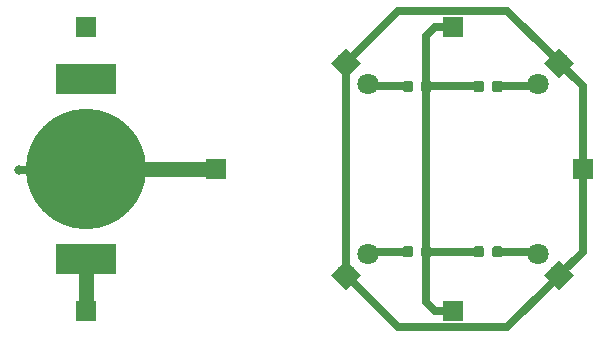
<source format=gtl>
G04 #@! TF.GenerationSoftware,KiCad,Pcbnew,5.1.4*
G04 #@! TF.CreationDate,2019-09-18T22:14:05+02:00*
G04 #@! TF.ProjectId,crf_bokmassabot,6372665f-626f-46b6-9d61-737361626f74,rev?*
G04 #@! TF.SameCoordinates,Original*
G04 #@! TF.FileFunction,Copper,L1,Top*
G04 #@! TF.FilePolarity,Positive*
%FSLAX46Y46*%
G04 Gerber Fmt 4.6, Leading zero omitted, Abs format (unit mm)*
G04 Created by KiCad (PCBNEW 5.1.4) date 2019-09-18 22:14:05*
%MOMM*%
%LPD*%
G04 APERTURE LIST*
%ADD10R,1.700000X1.700000*%
%ADD11R,5.100000X2.500000*%
%ADD12C,10.200000*%
%ADD13C,1.800000*%
%ADD14C,0.100000*%
%ADD15C,0.875000*%
%ADD16C,0.800000*%
%ADD17C,0.635000*%
%ADD18C,1.270000*%
G04 APERTURE END LIST*
D10*
X191000000Y-122000000D03*
X191000000Y-98000000D03*
X202000000Y-110000000D03*
X160000000Y-122000000D03*
X160000000Y-98000000D03*
X171000000Y-110000000D03*
D11*
X160000000Y-117600000D03*
X160000000Y-102400000D03*
D12*
X160000000Y-110000000D03*
D13*
X200000000Y-119000000D03*
D14*
G36*
X201272792Y-119000000D02*
G01*
X200000000Y-120272792D01*
X198727208Y-119000000D01*
X200000000Y-117727208D01*
X201272792Y-119000000D01*
X201272792Y-119000000D01*
G37*
D13*
X198203949Y-117203949D03*
X183796051Y-117203949D03*
X182000000Y-119000000D03*
D14*
G36*
X182000000Y-120272792D02*
G01*
X180727208Y-119000000D01*
X182000000Y-117727208D01*
X183272792Y-119000000D01*
X182000000Y-120272792D01*
X182000000Y-120272792D01*
G37*
D13*
X200000000Y-101000000D03*
D14*
G36*
X200000000Y-99727208D02*
G01*
X201272792Y-101000000D01*
X200000000Y-102272792D01*
X198727208Y-101000000D01*
X200000000Y-99727208D01*
X200000000Y-99727208D01*
G37*
D13*
X198203949Y-102796051D03*
X183796051Y-102796051D03*
X182000000Y-101000000D03*
D14*
G36*
X180727208Y-101000000D02*
G01*
X182000000Y-99727208D01*
X183272792Y-101000000D01*
X182000000Y-102272792D01*
X180727208Y-101000000D01*
X180727208Y-101000000D01*
G37*
G36*
X193452691Y-116526053D02*
G01*
X193473926Y-116529203D01*
X193494750Y-116534419D01*
X193514962Y-116541651D01*
X193534368Y-116550830D01*
X193552781Y-116561866D01*
X193570024Y-116574654D01*
X193585930Y-116589070D01*
X193600346Y-116604976D01*
X193613134Y-116622219D01*
X193624170Y-116640632D01*
X193633349Y-116660038D01*
X193640581Y-116680250D01*
X193645797Y-116701074D01*
X193648947Y-116722309D01*
X193650000Y-116743750D01*
X193650000Y-117256250D01*
X193648947Y-117277691D01*
X193645797Y-117298926D01*
X193640581Y-117319750D01*
X193633349Y-117339962D01*
X193624170Y-117359368D01*
X193613134Y-117377781D01*
X193600346Y-117395024D01*
X193585930Y-117410930D01*
X193570024Y-117425346D01*
X193552781Y-117438134D01*
X193534368Y-117449170D01*
X193514962Y-117458349D01*
X193494750Y-117465581D01*
X193473926Y-117470797D01*
X193452691Y-117473947D01*
X193431250Y-117475000D01*
X192993750Y-117475000D01*
X192972309Y-117473947D01*
X192951074Y-117470797D01*
X192930250Y-117465581D01*
X192910038Y-117458349D01*
X192890632Y-117449170D01*
X192872219Y-117438134D01*
X192854976Y-117425346D01*
X192839070Y-117410930D01*
X192824654Y-117395024D01*
X192811866Y-117377781D01*
X192800830Y-117359368D01*
X192791651Y-117339962D01*
X192784419Y-117319750D01*
X192779203Y-117298926D01*
X192776053Y-117277691D01*
X192775000Y-117256250D01*
X192775000Y-116743750D01*
X192776053Y-116722309D01*
X192779203Y-116701074D01*
X192784419Y-116680250D01*
X192791651Y-116660038D01*
X192800830Y-116640632D01*
X192811866Y-116622219D01*
X192824654Y-116604976D01*
X192839070Y-116589070D01*
X192854976Y-116574654D01*
X192872219Y-116561866D01*
X192890632Y-116550830D01*
X192910038Y-116541651D01*
X192930250Y-116534419D01*
X192951074Y-116529203D01*
X192972309Y-116526053D01*
X192993750Y-116525000D01*
X193431250Y-116525000D01*
X193452691Y-116526053D01*
X193452691Y-116526053D01*
G37*
D15*
X193212500Y-117000000D03*
D14*
G36*
X195027691Y-116526053D02*
G01*
X195048926Y-116529203D01*
X195069750Y-116534419D01*
X195089962Y-116541651D01*
X195109368Y-116550830D01*
X195127781Y-116561866D01*
X195145024Y-116574654D01*
X195160930Y-116589070D01*
X195175346Y-116604976D01*
X195188134Y-116622219D01*
X195199170Y-116640632D01*
X195208349Y-116660038D01*
X195215581Y-116680250D01*
X195220797Y-116701074D01*
X195223947Y-116722309D01*
X195225000Y-116743750D01*
X195225000Y-117256250D01*
X195223947Y-117277691D01*
X195220797Y-117298926D01*
X195215581Y-117319750D01*
X195208349Y-117339962D01*
X195199170Y-117359368D01*
X195188134Y-117377781D01*
X195175346Y-117395024D01*
X195160930Y-117410930D01*
X195145024Y-117425346D01*
X195127781Y-117438134D01*
X195109368Y-117449170D01*
X195089962Y-117458349D01*
X195069750Y-117465581D01*
X195048926Y-117470797D01*
X195027691Y-117473947D01*
X195006250Y-117475000D01*
X194568750Y-117475000D01*
X194547309Y-117473947D01*
X194526074Y-117470797D01*
X194505250Y-117465581D01*
X194485038Y-117458349D01*
X194465632Y-117449170D01*
X194447219Y-117438134D01*
X194429976Y-117425346D01*
X194414070Y-117410930D01*
X194399654Y-117395024D01*
X194386866Y-117377781D01*
X194375830Y-117359368D01*
X194366651Y-117339962D01*
X194359419Y-117319750D01*
X194354203Y-117298926D01*
X194351053Y-117277691D01*
X194350000Y-117256250D01*
X194350000Y-116743750D01*
X194351053Y-116722309D01*
X194354203Y-116701074D01*
X194359419Y-116680250D01*
X194366651Y-116660038D01*
X194375830Y-116640632D01*
X194386866Y-116622219D01*
X194399654Y-116604976D01*
X194414070Y-116589070D01*
X194429976Y-116574654D01*
X194447219Y-116561866D01*
X194465632Y-116550830D01*
X194485038Y-116541651D01*
X194505250Y-116534419D01*
X194526074Y-116529203D01*
X194547309Y-116526053D01*
X194568750Y-116525000D01*
X195006250Y-116525000D01*
X195027691Y-116526053D01*
X195027691Y-116526053D01*
G37*
D15*
X194787500Y-117000000D03*
D14*
G36*
X187452691Y-116526053D02*
G01*
X187473926Y-116529203D01*
X187494750Y-116534419D01*
X187514962Y-116541651D01*
X187534368Y-116550830D01*
X187552781Y-116561866D01*
X187570024Y-116574654D01*
X187585930Y-116589070D01*
X187600346Y-116604976D01*
X187613134Y-116622219D01*
X187624170Y-116640632D01*
X187633349Y-116660038D01*
X187640581Y-116680250D01*
X187645797Y-116701074D01*
X187648947Y-116722309D01*
X187650000Y-116743750D01*
X187650000Y-117256250D01*
X187648947Y-117277691D01*
X187645797Y-117298926D01*
X187640581Y-117319750D01*
X187633349Y-117339962D01*
X187624170Y-117359368D01*
X187613134Y-117377781D01*
X187600346Y-117395024D01*
X187585930Y-117410930D01*
X187570024Y-117425346D01*
X187552781Y-117438134D01*
X187534368Y-117449170D01*
X187514962Y-117458349D01*
X187494750Y-117465581D01*
X187473926Y-117470797D01*
X187452691Y-117473947D01*
X187431250Y-117475000D01*
X186993750Y-117475000D01*
X186972309Y-117473947D01*
X186951074Y-117470797D01*
X186930250Y-117465581D01*
X186910038Y-117458349D01*
X186890632Y-117449170D01*
X186872219Y-117438134D01*
X186854976Y-117425346D01*
X186839070Y-117410930D01*
X186824654Y-117395024D01*
X186811866Y-117377781D01*
X186800830Y-117359368D01*
X186791651Y-117339962D01*
X186784419Y-117319750D01*
X186779203Y-117298926D01*
X186776053Y-117277691D01*
X186775000Y-117256250D01*
X186775000Y-116743750D01*
X186776053Y-116722309D01*
X186779203Y-116701074D01*
X186784419Y-116680250D01*
X186791651Y-116660038D01*
X186800830Y-116640632D01*
X186811866Y-116622219D01*
X186824654Y-116604976D01*
X186839070Y-116589070D01*
X186854976Y-116574654D01*
X186872219Y-116561866D01*
X186890632Y-116550830D01*
X186910038Y-116541651D01*
X186930250Y-116534419D01*
X186951074Y-116529203D01*
X186972309Y-116526053D01*
X186993750Y-116525000D01*
X187431250Y-116525000D01*
X187452691Y-116526053D01*
X187452691Y-116526053D01*
G37*
D15*
X187212500Y-117000000D03*
D14*
G36*
X189027691Y-116526053D02*
G01*
X189048926Y-116529203D01*
X189069750Y-116534419D01*
X189089962Y-116541651D01*
X189109368Y-116550830D01*
X189127781Y-116561866D01*
X189145024Y-116574654D01*
X189160930Y-116589070D01*
X189175346Y-116604976D01*
X189188134Y-116622219D01*
X189199170Y-116640632D01*
X189208349Y-116660038D01*
X189215581Y-116680250D01*
X189220797Y-116701074D01*
X189223947Y-116722309D01*
X189225000Y-116743750D01*
X189225000Y-117256250D01*
X189223947Y-117277691D01*
X189220797Y-117298926D01*
X189215581Y-117319750D01*
X189208349Y-117339962D01*
X189199170Y-117359368D01*
X189188134Y-117377781D01*
X189175346Y-117395024D01*
X189160930Y-117410930D01*
X189145024Y-117425346D01*
X189127781Y-117438134D01*
X189109368Y-117449170D01*
X189089962Y-117458349D01*
X189069750Y-117465581D01*
X189048926Y-117470797D01*
X189027691Y-117473947D01*
X189006250Y-117475000D01*
X188568750Y-117475000D01*
X188547309Y-117473947D01*
X188526074Y-117470797D01*
X188505250Y-117465581D01*
X188485038Y-117458349D01*
X188465632Y-117449170D01*
X188447219Y-117438134D01*
X188429976Y-117425346D01*
X188414070Y-117410930D01*
X188399654Y-117395024D01*
X188386866Y-117377781D01*
X188375830Y-117359368D01*
X188366651Y-117339962D01*
X188359419Y-117319750D01*
X188354203Y-117298926D01*
X188351053Y-117277691D01*
X188350000Y-117256250D01*
X188350000Y-116743750D01*
X188351053Y-116722309D01*
X188354203Y-116701074D01*
X188359419Y-116680250D01*
X188366651Y-116660038D01*
X188375830Y-116640632D01*
X188386866Y-116622219D01*
X188399654Y-116604976D01*
X188414070Y-116589070D01*
X188429976Y-116574654D01*
X188447219Y-116561866D01*
X188465632Y-116550830D01*
X188485038Y-116541651D01*
X188505250Y-116534419D01*
X188526074Y-116529203D01*
X188547309Y-116526053D01*
X188568750Y-116525000D01*
X189006250Y-116525000D01*
X189027691Y-116526053D01*
X189027691Y-116526053D01*
G37*
D15*
X188787500Y-117000000D03*
D14*
G36*
X193452691Y-102526053D02*
G01*
X193473926Y-102529203D01*
X193494750Y-102534419D01*
X193514962Y-102541651D01*
X193534368Y-102550830D01*
X193552781Y-102561866D01*
X193570024Y-102574654D01*
X193585930Y-102589070D01*
X193600346Y-102604976D01*
X193613134Y-102622219D01*
X193624170Y-102640632D01*
X193633349Y-102660038D01*
X193640581Y-102680250D01*
X193645797Y-102701074D01*
X193648947Y-102722309D01*
X193650000Y-102743750D01*
X193650000Y-103256250D01*
X193648947Y-103277691D01*
X193645797Y-103298926D01*
X193640581Y-103319750D01*
X193633349Y-103339962D01*
X193624170Y-103359368D01*
X193613134Y-103377781D01*
X193600346Y-103395024D01*
X193585930Y-103410930D01*
X193570024Y-103425346D01*
X193552781Y-103438134D01*
X193534368Y-103449170D01*
X193514962Y-103458349D01*
X193494750Y-103465581D01*
X193473926Y-103470797D01*
X193452691Y-103473947D01*
X193431250Y-103475000D01*
X192993750Y-103475000D01*
X192972309Y-103473947D01*
X192951074Y-103470797D01*
X192930250Y-103465581D01*
X192910038Y-103458349D01*
X192890632Y-103449170D01*
X192872219Y-103438134D01*
X192854976Y-103425346D01*
X192839070Y-103410930D01*
X192824654Y-103395024D01*
X192811866Y-103377781D01*
X192800830Y-103359368D01*
X192791651Y-103339962D01*
X192784419Y-103319750D01*
X192779203Y-103298926D01*
X192776053Y-103277691D01*
X192775000Y-103256250D01*
X192775000Y-102743750D01*
X192776053Y-102722309D01*
X192779203Y-102701074D01*
X192784419Y-102680250D01*
X192791651Y-102660038D01*
X192800830Y-102640632D01*
X192811866Y-102622219D01*
X192824654Y-102604976D01*
X192839070Y-102589070D01*
X192854976Y-102574654D01*
X192872219Y-102561866D01*
X192890632Y-102550830D01*
X192910038Y-102541651D01*
X192930250Y-102534419D01*
X192951074Y-102529203D01*
X192972309Y-102526053D01*
X192993750Y-102525000D01*
X193431250Y-102525000D01*
X193452691Y-102526053D01*
X193452691Y-102526053D01*
G37*
D15*
X193212500Y-103000000D03*
D14*
G36*
X195027691Y-102526053D02*
G01*
X195048926Y-102529203D01*
X195069750Y-102534419D01*
X195089962Y-102541651D01*
X195109368Y-102550830D01*
X195127781Y-102561866D01*
X195145024Y-102574654D01*
X195160930Y-102589070D01*
X195175346Y-102604976D01*
X195188134Y-102622219D01*
X195199170Y-102640632D01*
X195208349Y-102660038D01*
X195215581Y-102680250D01*
X195220797Y-102701074D01*
X195223947Y-102722309D01*
X195225000Y-102743750D01*
X195225000Y-103256250D01*
X195223947Y-103277691D01*
X195220797Y-103298926D01*
X195215581Y-103319750D01*
X195208349Y-103339962D01*
X195199170Y-103359368D01*
X195188134Y-103377781D01*
X195175346Y-103395024D01*
X195160930Y-103410930D01*
X195145024Y-103425346D01*
X195127781Y-103438134D01*
X195109368Y-103449170D01*
X195089962Y-103458349D01*
X195069750Y-103465581D01*
X195048926Y-103470797D01*
X195027691Y-103473947D01*
X195006250Y-103475000D01*
X194568750Y-103475000D01*
X194547309Y-103473947D01*
X194526074Y-103470797D01*
X194505250Y-103465581D01*
X194485038Y-103458349D01*
X194465632Y-103449170D01*
X194447219Y-103438134D01*
X194429976Y-103425346D01*
X194414070Y-103410930D01*
X194399654Y-103395024D01*
X194386866Y-103377781D01*
X194375830Y-103359368D01*
X194366651Y-103339962D01*
X194359419Y-103319750D01*
X194354203Y-103298926D01*
X194351053Y-103277691D01*
X194350000Y-103256250D01*
X194350000Y-102743750D01*
X194351053Y-102722309D01*
X194354203Y-102701074D01*
X194359419Y-102680250D01*
X194366651Y-102660038D01*
X194375830Y-102640632D01*
X194386866Y-102622219D01*
X194399654Y-102604976D01*
X194414070Y-102589070D01*
X194429976Y-102574654D01*
X194447219Y-102561866D01*
X194465632Y-102550830D01*
X194485038Y-102541651D01*
X194505250Y-102534419D01*
X194526074Y-102529203D01*
X194547309Y-102526053D01*
X194568750Y-102525000D01*
X195006250Y-102525000D01*
X195027691Y-102526053D01*
X195027691Y-102526053D01*
G37*
D15*
X194787500Y-103000000D03*
D14*
G36*
X187452691Y-102526053D02*
G01*
X187473926Y-102529203D01*
X187494750Y-102534419D01*
X187514962Y-102541651D01*
X187534368Y-102550830D01*
X187552781Y-102561866D01*
X187570024Y-102574654D01*
X187585930Y-102589070D01*
X187600346Y-102604976D01*
X187613134Y-102622219D01*
X187624170Y-102640632D01*
X187633349Y-102660038D01*
X187640581Y-102680250D01*
X187645797Y-102701074D01*
X187648947Y-102722309D01*
X187650000Y-102743750D01*
X187650000Y-103256250D01*
X187648947Y-103277691D01*
X187645797Y-103298926D01*
X187640581Y-103319750D01*
X187633349Y-103339962D01*
X187624170Y-103359368D01*
X187613134Y-103377781D01*
X187600346Y-103395024D01*
X187585930Y-103410930D01*
X187570024Y-103425346D01*
X187552781Y-103438134D01*
X187534368Y-103449170D01*
X187514962Y-103458349D01*
X187494750Y-103465581D01*
X187473926Y-103470797D01*
X187452691Y-103473947D01*
X187431250Y-103475000D01*
X186993750Y-103475000D01*
X186972309Y-103473947D01*
X186951074Y-103470797D01*
X186930250Y-103465581D01*
X186910038Y-103458349D01*
X186890632Y-103449170D01*
X186872219Y-103438134D01*
X186854976Y-103425346D01*
X186839070Y-103410930D01*
X186824654Y-103395024D01*
X186811866Y-103377781D01*
X186800830Y-103359368D01*
X186791651Y-103339962D01*
X186784419Y-103319750D01*
X186779203Y-103298926D01*
X186776053Y-103277691D01*
X186775000Y-103256250D01*
X186775000Y-102743750D01*
X186776053Y-102722309D01*
X186779203Y-102701074D01*
X186784419Y-102680250D01*
X186791651Y-102660038D01*
X186800830Y-102640632D01*
X186811866Y-102622219D01*
X186824654Y-102604976D01*
X186839070Y-102589070D01*
X186854976Y-102574654D01*
X186872219Y-102561866D01*
X186890632Y-102550830D01*
X186910038Y-102541651D01*
X186930250Y-102534419D01*
X186951074Y-102529203D01*
X186972309Y-102526053D01*
X186993750Y-102525000D01*
X187431250Y-102525000D01*
X187452691Y-102526053D01*
X187452691Y-102526053D01*
G37*
D15*
X187212500Y-103000000D03*
D14*
G36*
X189027691Y-102526053D02*
G01*
X189048926Y-102529203D01*
X189069750Y-102534419D01*
X189089962Y-102541651D01*
X189109368Y-102550830D01*
X189127781Y-102561866D01*
X189145024Y-102574654D01*
X189160930Y-102589070D01*
X189175346Y-102604976D01*
X189188134Y-102622219D01*
X189199170Y-102640632D01*
X189208349Y-102660038D01*
X189215581Y-102680250D01*
X189220797Y-102701074D01*
X189223947Y-102722309D01*
X189225000Y-102743750D01*
X189225000Y-103256250D01*
X189223947Y-103277691D01*
X189220797Y-103298926D01*
X189215581Y-103319750D01*
X189208349Y-103339962D01*
X189199170Y-103359368D01*
X189188134Y-103377781D01*
X189175346Y-103395024D01*
X189160930Y-103410930D01*
X189145024Y-103425346D01*
X189127781Y-103438134D01*
X189109368Y-103449170D01*
X189089962Y-103458349D01*
X189069750Y-103465581D01*
X189048926Y-103470797D01*
X189027691Y-103473947D01*
X189006250Y-103475000D01*
X188568750Y-103475000D01*
X188547309Y-103473947D01*
X188526074Y-103470797D01*
X188505250Y-103465581D01*
X188485038Y-103458349D01*
X188465632Y-103449170D01*
X188447219Y-103438134D01*
X188429976Y-103425346D01*
X188414070Y-103410930D01*
X188399654Y-103395024D01*
X188386866Y-103377781D01*
X188375830Y-103359368D01*
X188366651Y-103339962D01*
X188359419Y-103319750D01*
X188354203Y-103298926D01*
X188351053Y-103277691D01*
X188350000Y-103256250D01*
X188350000Y-102743750D01*
X188351053Y-102722309D01*
X188354203Y-102701074D01*
X188359419Y-102680250D01*
X188366651Y-102660038D01*
X188375830Y-102640632D01*
X188386866Y-102622219D01*
X188399654Y-102604976D01*
X188414070Y-102589070D01*
X188429976Y-102574654D01*
X188447219Y-102561866D01*
X188465632Y-102550830D01*
X188485038Y-102541651D01*
X188505250Y-102534419D01*
X188526074Y-102529203D01*
X188547309Y-102526053D01*
X188568750Y-102525000D01*
X189006250Y-102525000D01*
X189027691Y-102526053D01*
X189027691Y-102526053D01*
G37*
D15*
X188787500Y-103000000D03*
D16*
X154305000Y-110109000D03*
D17*
X198000000Y-117000000D02*
X198203949Y-117203949D01*
X194787500Y-117000000D02*
X198000000Y-117000000D01*
X184000000Y-117000000D02*
X183796051Y-117203949D01*
X187212500Y-117000000D02*
X184000000Y-117000000D01*
X198000000Y-103000000D02*
X198203949Y-102796051D01*
X194787500Y-103000000D02*
X198000000Y-103000000D01*
X184000000Y-103000000D02*
X183796051Y-102796051D01*
X187212500Y-103000000D02*
X184000000Y-103000000D01*
D18*
X160000000Y-117600000D02*
X160000000Y-122000000D01*
D17*
X159962000Y-102362000D02*
X160000000Y-102400000D01*
X189515000Y-98000000D02*
X191000000Y-98000000D01*
X188787500Y-98727500D02*
X189515000Y-98000000D01*
X188787500Y-103000000D02*
X188787500Y-98727500D01*
X189515000Y-122000000D02*
X191000000Y-122000000D01*
X188787500Y-121272500D02*
X189515000Y-122000000D01*
X188787500Y-117000000D02*
X188787500Y-121272500D01*
X193212500Y-117000000D02*
X188787500Y-117000000D01*
X188787500Y-103000000D02*
X193212500Y-103000000D01*
X188787500Y-103575000D02*
X188787500Y-117000000D01*
X188787500Y-103000000D02*
X188787500Y-103575000D01*
D18*
X160000000Y-110000000D02*
X171000000Y-110000000D01*
D17*
X159891000Y-110109000D02*
X160000000Y-110000000D01*
X154305000Y-110109000D02*
X159891000Y-110109000D01*
X202000000Y-117000000D02*
X200000000Y-119000000D01*
X202000000Y-110000000D02*
X202000000Y-117000000D01*
X202000000Y-103000000D02*
X200000000Y-101000000D01*
X202000000Y-110000000D02*
X202000000Y-103000000D01*
X182000000Y-119000000D02*
X182000000Y-101000000D01*
X195632499Y-96632499D02*
X199292894Y-100292894D01*
X199292894Y-100292894D02*
X200000000Y-101000000D01*
X186367501Y-96632499D02*
X195632499Y-96632499D01*
X182000000Y-101000000D02*
X186367501Y-96632499D01*
X199292894Y-119707106D02*
X200000000Y-119000000D01*
X195616252Y-123383748D02*
X199292894Y-119707106D01*
X186383748Y-123383748D02*
X195616252Y-123383748D01*
X182000000Y-119000000D02*
X186383748Y-123383748D01*
M02*

</source>
